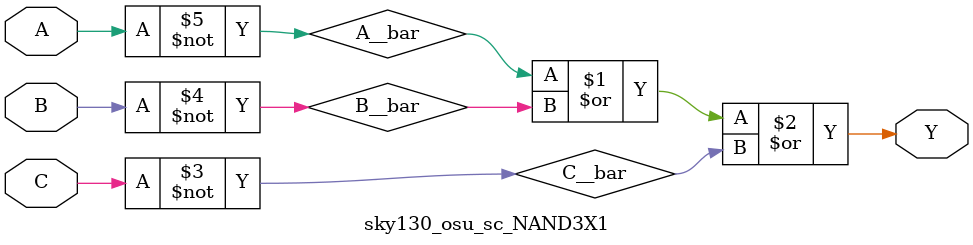
<source format=v>
`timescale 1ns/10ps
`celldefine
module sky130_osu_sc_NAND3X1 (Y, A, B, C);
	output Y;
	input A, B, C;

	// Function
	wire A__bar, B__bar, C__bar;

	not (C__bar, C);
	not (B__bar, B);
	not (A__bar, A);
	or (Y, A__bar, B__bar, C__bar);

	// Timing
	specify
		(A => Y) = 0;
		(B => Y) = 0;
		(C => Y) = 0;
	endspecify
endmodule
`endcelldefine


</source>
